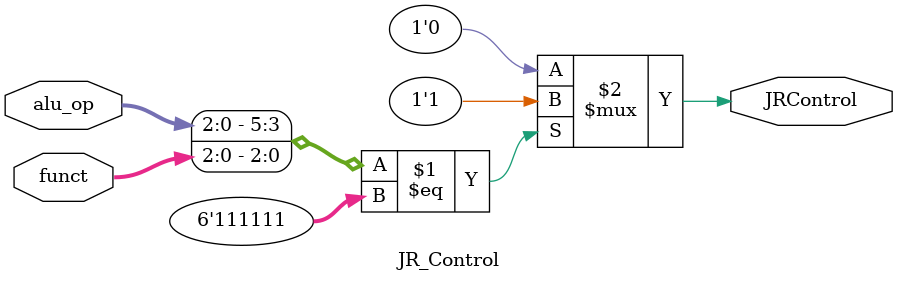
<source format=v>
`timescale 1ns / 1ps

 module ALUControl( ALU_Control, ALUOp, Function);  
 output reg[5:0] ALU_Control;  
 input [2:0] ALUOp;  
 input [2:0] Function;  
 wire [5:0] ALUControlIn;  
 assign ALUControlIn = {ALUOp,Function};  
 always @(ALUControlIn)  
 casex (ALUControlIn)  
  6'b000xxx: ALU_Control=6'b010000;  // add,lw,sw
  6'b001xxx: ALU_Control=6'b010001;  // beq
  6'b010000: ALU_Control=6'b010000;  // add r-type
  6'b010001: ALU_Control=6'b010001;  // sub r-type
  6'b010010: ALU_Control=6'b010010;  // and r-type
  6'b010011: ALU_Control=6'b010011;  // or r-type
  6'b010100: ALU_Control=6'b010101;  // xor r-type
  6'b110xxx: ALU_Control=6'b110000;  // sll r-type
  6'b111xxx: ALU_Control=6'b110001;  // srl r-type
  6'b010xxx: ALU_Control=6'b110011;  // slt slti
  6'b010111: ALU_Control=6'b110011;  // slt slti
  6'b011110: ALU_Control=6'b010110;  // mult
  default: ALU_Control=6'b010000;  
  endcase  
 endmodule  
// Verilog code for JR control unit
module JR_Control( input[2:0] alu_op, 
       input [2:0] funct,
       output JRControl
    );
assign JRControl = ({alu_op,funct}==6'b111111) ? 1'b1 : 1'b0;
endmodule 
</source>
